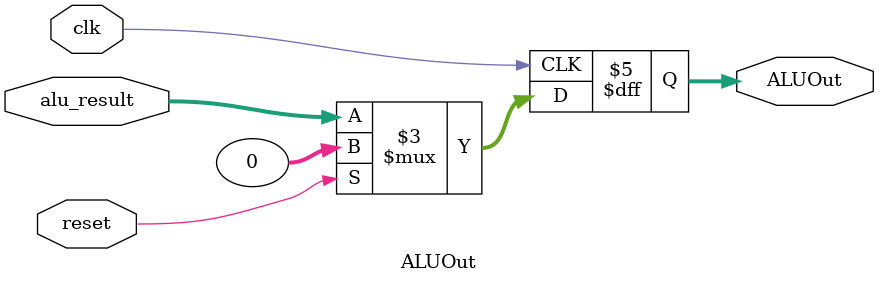
<source format=v>

module ALUOut(reset, clk, alu_result, ALUOut);
    input reset;
    input clk;
    input [31:0] alu_result;
    output reg [31:0] ALUOut;

    always @(posedge clk) begin
        if (reset)
            ALUOut <= 0;
        else
            ALUOut <= alu_result;
    end
endmodule


</source>
